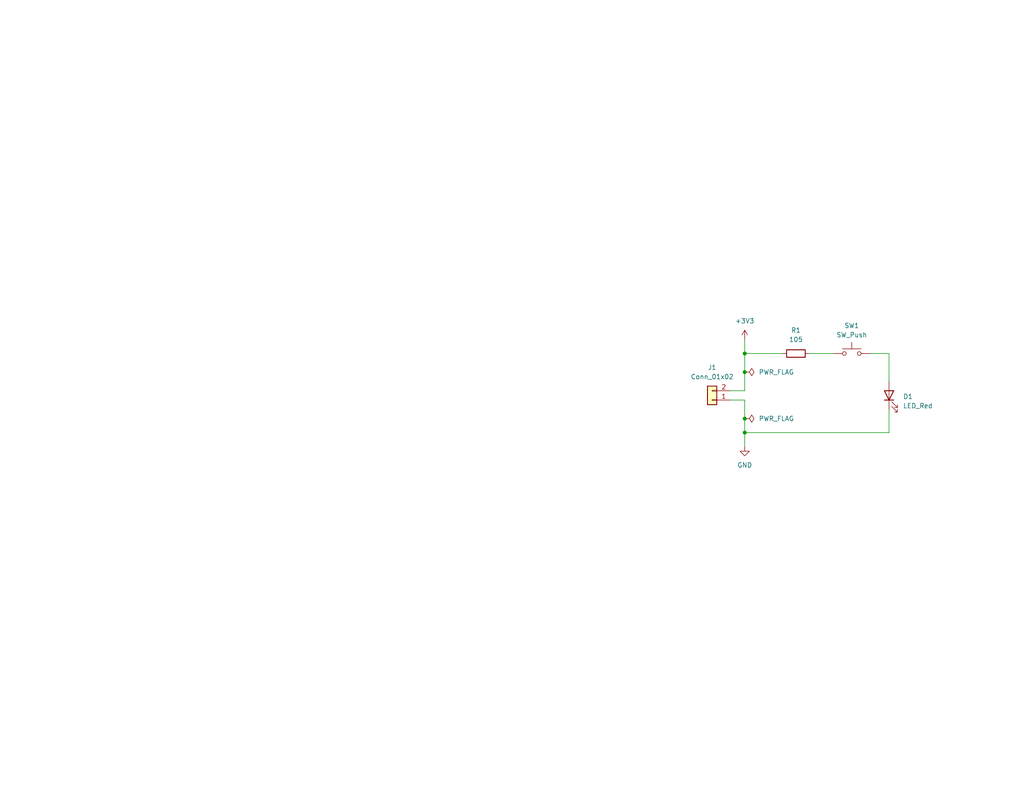
<source format=kicad_sch>
(kicad_sch (version 20250114) (generator "eeschema") (generator_version "9.0")
  (paper "USLetter")
  (title_block (title "Template") (date "2025-09-14") (rev "0.0") (company "Illini Solar Car") (comment 1 "Designed By: Darren Erawan"))
  (lib_symbols
    (symbol "Connector_Generic:Conn_01x02" (pin_names (offset 1.016) (hide yes))
      (property "Reference" "J" (at 0 2.54 0))
      (property "Value" "Conn_01x02" (at 0 -5.08 0))
      (symbol "Conn_01x02_1_1"
        (rectangle (start -1.27 1.27) (end 1.27 -3.81) (stroke (width 0.254)) (fill (type background)))
        (rectangle (start -1.27 0.127) (end 0 -0.127) (stroke (width 0.1524)))
        (rectangle (start -1.27 -2.413) (end 0 -2.667) (stroke (width 0.1524)))
        (pin passive line (at -5.08 0 0) (length 3.81) (name "Pin_1") (number "1"))
        (pin passive line (at -5.08 -2.54 0) (length 3.81) (name "Pin_2") (number "2"))
      )
    )
    (symbol "Device:LED" (pin_numbers (hide yes)) (pin_names (offset 1.016) (hide yes))
      (property "Reference" "D" (at 0 2.54 0))
      (property "Value" "LED" (at 0 -2.54 0))
      (symbol "LED_0_1"
        (polyline (pts (xy -3.048 -0.762) (xy -4.572 -2.286) (xy -3.81 -2.286) (xy -4.572 -2.286) (xy -4.572 -1.524)))
        (polyline (pts (xy -1.778 -0.762) (xy -3.302 -2.286) (xy -2.54 -2.286) (xy -3.302 -2.286) (xy -3.302 -1.524)))
        (polyline (pts (xy -1.27 0) (xy 1.27 0)))
        (polyline (pts (xy -1.27 -1.27) (xy -1.27 1.27)) (stroke (width 0.254)))
        (polyline (pts (xy 1.27 -1.27) (xy 1.27 1.27) (xy -1.27 0) (xy 1.27 -1.27)) (stroke (width 0.254)))
      )
      (symbol "LED_1_1"
        (pin passive line (at -3.81 0 0) (length 2.54) (name "K") (number "1"))
        (pin passive line (at 3.81 0 180) (length 2.54) (name "A") (number "2"))
      )
    )
    (symbol "Device:R" (pin_numbers (hide yes)) (pin_names (offset 0))
      (property "Reference" "R" (at 2.032 0 90))
      (property "Value" "R" (at 0 0 90))
      (symbol "R_0_1"
        (rectangle (start -1.016 -2.54) (end 1.016 2.54) (stroke (width 0.254)))
      )
      (symbol "R_1_1"
        (pin passive line (at 0 3.81 270) (length 1.27) (name "~") (number "1"))
        (pin passive line (at 0 -3.81 90) (length 1.27) (name "~") (number "2"))
      )
    )
    (symbol "Switch:SW_Push" (pin_numbers (hide yes)) (pin_names (offset 1.016) (hide yes))
      (property "Reference" "SW" (at 1.27 2.54 0))
      (property "Value" "SW_Push" (at 0 -1.524 0))
      (symbol "SW_Push_0_1"
        (circle (center -2.032 0) (radius 0.508))
        (polyline (pts (xy 0 1.27) (xy 0 3.048)))
        (circle (center 2.032 0) (radius 0.508))
        (polyline (pts (xy 2.54 1.27) (xy -2.54 1.27)))
        (pin passive line (at -5.08 0 0) (length 2.54) (name "1") (number "1"))
        (pin passive line (at 5.08 0 180) (length 2.54) (name "2") (number "2"))
      )
    )
    (symbol "power:+3V3" (power) (pin_names (offset 0))
      (property "Value" "+3V3" (at 0 3.556 0))
      (symbol "+3V3_0_1"
        (polyline (pts (xy -0.762 1.27) (xy 0 2.54)))
        (polyline (pts (xy 0 2.54) (xy 0.762 1.27)))
        (polyline (pts (xy 0 0) (xy 0 2.54)))
      )
      (symbol "+3V3_1_1"
        (pin power_in line (at 0 0 90) (length 0) (hide yes) (name "+3V3") (number "1"))
      )
    )
    (symbol "power:GND" (power) (pin_names (offset 0))
      (property "Value" "GND" (at 0 -3.81 0))
      (symbol "GND_0_1"
        (polyline (pts (xy 0 0) (xy 0 -1.27) (xy 1.27 -1.27) (xy 0 -2.54) (xy -1.27 -1.27) (xy 0 -1.27)))
      )
      (symbol "GND_1_1"
        (pin power_in line (at 0 0 270) (length 0) (hide yes) (name "GND") (number "1"))
      )
    )
    (symbol "power:PWR_FLAG" (power) (pin_numbers (hide yes)) (pin_names (offset 0) (hide yes))
      (property "Value" "PWR_FLAG" (at 0 3.81 0))
      (symbol "PWR_FLAG_0_0"
        (pin power_out line (at 0 0 90) (length 0) (name "pwr") (number "1"))
      )
      (symbol "PWR_FLAG_0_1"
        (polyline (pts (xy 0 0) (xy 0 1.27) (xy -1.016 1.905) (xy 0 2.54) (xy 1.016 1.905) (xy 0 1.27)))
      )
    )
  )
  (junction (at 203.2 96.52))
  (junction (at 203.2 101.6))
  (junction (at 203.2 118.11))
  (junction (at 203.2 114.3))
  (wire (pts (xy 203.2 118.11) (xy 242.57 118.11)))
  (wire (pts (xy 220.98 96.52) (xy 227.33 96.52)))
  (wire (pts (xy 199.39 109.22) (xy 203.2 109.22)))
  (wire (pts (xy 242.57 96.52) (xy 242.57 104.14)))
  (wire (pts (xy 203.2 118.11) (xy 203.2 114.3)))
  (wire (pts (xy 199.39 106.68) (xy 203.2 106.68)))
  (wire (pts (xy 203.2 114.3) (xy 203.2 109.22)))
  (wire (pts (xy 242.57 111.76) (xy 242.57 118.11)))
  (wire (pts (xy 203.2 118.11) (xy 203.2 121.92)))
  (wire (pts (xy 237.49 96.52) (xy 242.57 96.52)))
  (wire (pts (xy 203.2 92.71) (xy 203.2 96.52)))
  (wire (pts (xy 203.2 96.52) (xy 203.2 101.6)))
  (wire (pts (xy 203.2 96.52) (xy 213.36 96.52)))
  (wire (pts (xy 203.2 101.6) (xy 203.2 106.68)))
  (symbol (lib_id "Switch:SW_Push") (at 232.41 96.52 0) (unit 1)
    (property "Reference" "SW1" (at 232.41 88.9 0))
    (property "Value" "SW_Push" (at 232.41 91.44 0))
    (property "Footprint" "Button_Switch_SMD:SW_DIP_SPSTx01_Slide_6.7x4.1mm_W8.61mm_P2.54mm_LowProfile" (effects (hide yes)))
    (property "Datasheet" "https://www.molex.com/content/dam/molex/molex-dot-com/products/automated/en-us/salesdrawingpdf/641/6410/022272021_sd.pdf?inline" (effects (hide yes)))
    (property "Description" "Push button switch, generic, two pins" (effects (hide yes)))
  )
  (symbol (lib_id "Device:LED") (at 242.57 107.95 90) (unit 1)
    (property "Reference" "D1" (at 246.38 108.2674 90) (effects (justify right)))
    (property "Value" "LED_Red" (at 246.38 110.8074 90) (effects (justify right)))
    (property "Footprint" "LED_SMD:LED_0603_1608Metric" (effects (hide yes)))
    (property "Description" "Light emitting diode" (effects (hide yes)))
    (property "Sim.Pins" "1=K 2=A" (effects (hide yes)))
  )
  (symbol (lib_id "Connector_Generic:Conn_01x02") (at 194.31 109.22 180) (unit 1)
    (property "Reference" "J1" (at 194.31 100.33 0))
    (property "Value" "Conn_01x02" (at 194.31 102.87 0))
    (property "Footprint" "Connector_Molex:Molex_KK-254_AE-6410-02A_1x02_P2.54mm_Vertical" (effects (hide yes)))
    (property "Datasheet" "https://www.molex.com/content/dam/molex/molex-dot-com/products/automated/en-us/salesdrawingpdf/641/6410/022272021_sd.pdf?inline" (effects (hide yes)))
    (property "Description" "Generic connector, single row, 01x02, script generated (kicad-library-utils/schlib/autogen/connector/)" (effects (hide yes)))
  )
  (symbol (lib_id "Device:R") (at 217.17 96.52 90) (unit 1)
    (property "Reference" "R1" (at 217.17 90.17 90))
    (property "Value" "105" (at 217.17 92.71 90))
    (property "Footprint" "Resistor_SMD:R_0603_1608Metric_Pad0.98x0.95mm_HandSolder" (effects (hide yes)))
    (property "Description" "Resistor" (effects (hide yes)))
  )
  (symbol (lib_id "power:PWR_FLAG") (at 203.2 101.6 270) (unit 1)
    (property "Reference" "#FLG01" (effects (hide yes)))
    (property "Value" "PWR_FLAG" (at 207.01 101.5999 90) (effects (justify left)))
    (property "Description" "Special symbol for telling ERC where power comes from" (effects (hide yes)))
  )
  (symbol (lib_id "power:PWR_FLAG") (at 203.2 114.3 270) (unit 1)
    (property "Reference" "#FLG02" (effects (hide yes)))
    (property "Value" "PWR_FLAG" (at 207.01 114.2999 90) (effects (justify left)))
    (property "Description" "Special symbol for telling ERC where power comes from" (effects (hide yes)))
  )
  (symbol (lib_id "power:GND") (at 203.2 121.92 0) (unit 1)
    (property "Reference" "#PWR02" (effects (hide yes)))
    (property "Value" "GND" (at 203.2 127 0))
    (property "Description" "Power symbol creates a global label with name \"GND\" , ground" (effects (hide yes)))
  )
  (symbol (lib_id "power:+3V3") (at 203.2 92.71 0) (unit 1)
    (property "Reference" "#PWR01" (effects (hide yes)))
    (property "Value" "+3V3" (at 203.2 87.63 0))
    (property "Description" "Power symbol creates a global label with name \"+3V3\"" (effects (hide yes)))
  )
)
</source>
